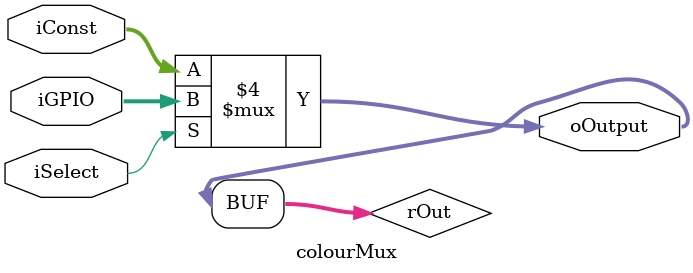
<source format=v>
`timescale 1ns / 1ps


module colourMux(
    input wire[11:0] iGPIO, iConst,
    input wire iSelect,
    output wire[11:0] oOutput
    );
    
    reg[11:0] rOut;
    
    always @(*)
    begin
    if(iSelect == 1)
    begin
        rOut = iGPIO;
    end
    else
    begin
        rOut = iConst;
    end
    end
    assign oOutput = rOut;
endmodule

</source>
